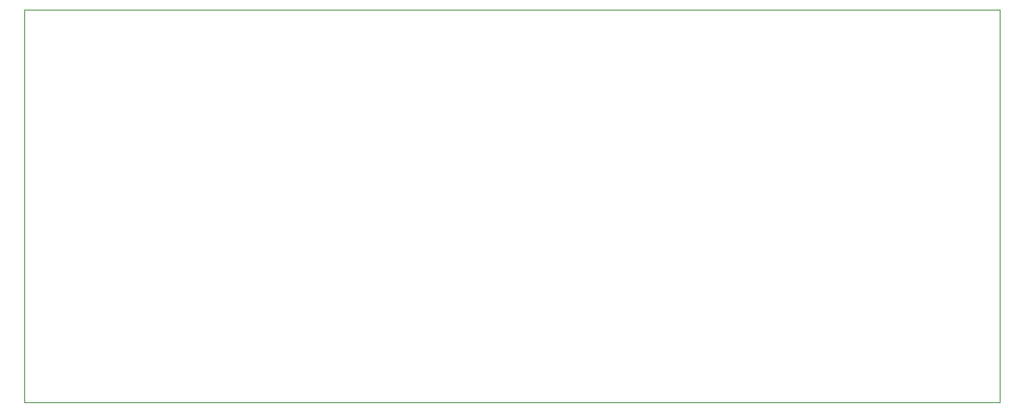
<source format=gbr>
%TF.GenerationSoftware,KiCad,Pcbnew,9.0.6-9.0.6~ubuntu24.04.1*%
%TF.CreationDate,2025-12-26T18:07:41+01:00*%
%TF.ProjectId,security-system,73656375-7269-4747-992d-73797374656d,0*%
%TF.SameCoordinates,Original*%
%TF.FileFunction,Profile,NP*%
%FSLAX46Y46*%
G04 Gerber Fmt 4.6, Leading zero omitted, Abs format (unit mm)*
G04 Created by KiCad (PCBNEW 9.0.6-9.0.6~ubuntu24.04.1) date 2025-12-26 18:07:41*
%MOMM*%
%LPD*%
G01*
G04 APERTURE LIST*
%TA.AperFunction,Profile*%
%ADD10C,0.038100*%
%TD*%
G04 APERTURE END LIST*
D10*
X125000000Y-66000000D02*
X125000000Y-107000000D01*
X227000000Y-66000000D02*
X125000000Y-66000000D01*
X227000000Y-107000000D02*
X227000000Y-66000000D01*
X125000000Y-107000000D02*
X227000000Y-107000000D01*
M02*

</source>
